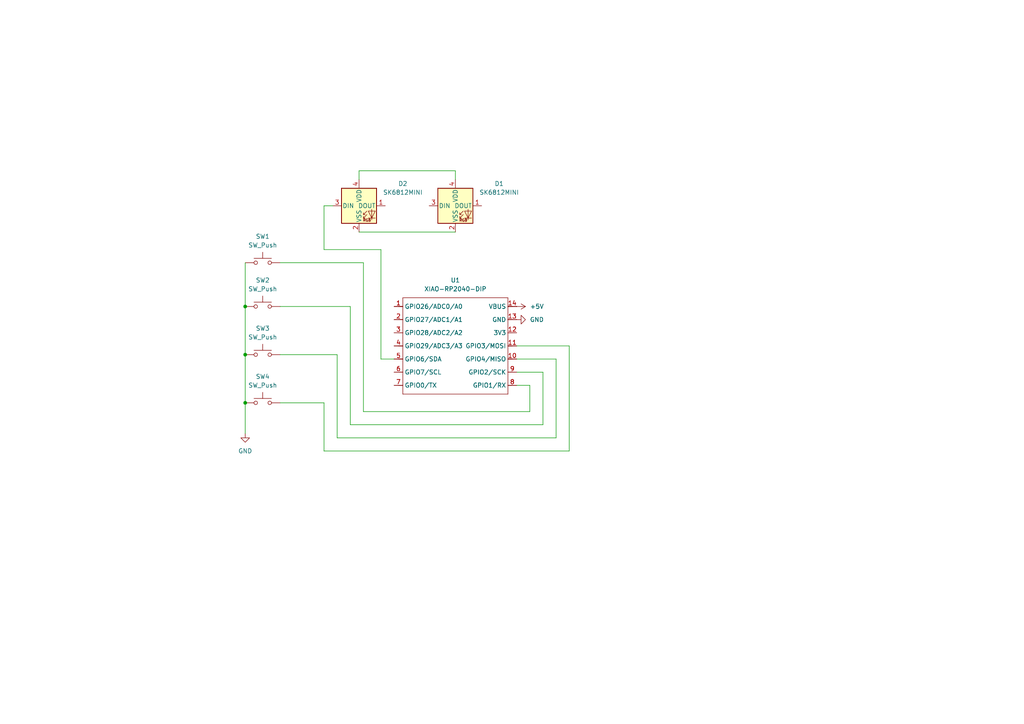
<source format=kicad_sch>
(kicad_sch (version 20250114) (generator "eeschema") (generator_version "9.0")
  (paper "A4")
  (lib_symbols
    (symbol "LED:SK6812MINI" (pin_names (offset 0.254))
      (property "Reference" "D" (at 5.08 5.715 0))
      (property "Value" "SK6812MINI" (at 1.27 -5.715 0))
      (symbol "SK6812MINI_0_0"
        (text "RGB" (at 2.286 -4.191 0) (effects (font (size 0.762 0.762))))
      )
      (symbol "SK6812MINI_0_1"
        (polyline (pts (xy 1.27 -2.54) (xy 1.778 -2.54)))
        (polyline (pts (xy 1.27 -3.556) (xy 1.778 -3.556)))
        (polyline (pts (xy 2.286 -1.524) (xy 1.27 -2.54) (xy 1.27 -2.032)))
        (polyline (pts (xy 2.286 -2.54) (xy 1.27 -3.556) (xy 1.27 -3.048)))
        (polyline (pts (xy 3.683 -1.016) (xy 3.683 -3.556) (xy 3.683 -4.064)))
        (polyline (pts (xy 4.699 -1.524) (xy 2.667 -1.524) (xy 3.683 -3.556) (xy 4.699 -1.524)))
        (polyline (pts (xy 4.699 -3.556) (xy 2.667 -3.556)))
        (rectangle (start 5.08 5.08) (end -5.08 -5.08) (stroke (width 0.254)) (fill (type background)))
      )
      (symbol "SK6812MINI_1_1"
        (pin input line (at -7.62 0 0) (length 2.54) (name "DIN") (number "3"))
        (pin power_in line (at 0 7.62 270) (length 2.54) (name "VDD") (number "4"))
        (pin power_in line (at 0 -7.62 90) (length 2.54) (name "VSS") (number "2"))
        (pin output line (at 7.62 0 180) (length 2.54) (name "DOUT") (number "1"))
      )
    )
    (symbol "OPL:XIAO-RP2040-DIP"
      (property "Reference" "U" (at 0 0 0))
      (property "Value" "XIAO-RP2040-DIP" (at 5.334 -1.778 0))
      (symbol "XIAO-RP2040-DIP_1_0"
        (polyline (pts (xy -1.27 -2.54) (xy 29.21 -2.54)) (stroke (width 0.1524)))
        (polyline (pts (xy -1.27 -5.08) (xy -2.54 -5.08)) (stroke (width 0.1524)))
        (polyline (pts (xy -1.27 -5.08) (xy -1.27 -2.54)) (stroke (width 0.1524)))
        (polyline (pts (xy -1.27 -8.89) (xy -2.54 -8.89)) (stroke (width 0.1524)))
        (polyline (pts (xy -1.27 -8.89) (xy -1.27 -5.08)) (stroke (width 0.1524)))
        (polyline (pts (xy -1.27 -12.7) (xy -2.54 -12.7)) (stroke (width 0.1524)))
        (polyline (pts (xy -1.27 -12.7) (xy -1.27 -8.89)) (stroke (width 0.1524)))
        (polyline (pts (xy -1.27 -16.51) (xy -2.54 -16.51)) (stroke (width 0.1524)))
        (polyline (pts (xy -1.27 -16.51) (xy -1.27 -12.7)) (stroke (width 0.1524)))
        (polyline (pts (xy -1.27 -20.32) (xy -2.54 -20.32)) (stroke (width 0.1524)))
        (polyline (pts (xy -1.27 -24.13) (xy -2.54 -24.13)) (stroke (width 0.1524)))
        (polyline (pts (xy -1.27 -27.94) (xy -2.54 -27.94)) (stroke (width 0.1524)))
        (polyline (pts (xy -1.27 -30.48) (xy -1.27 -16.51)) (stroke (width 0.1524)))
        (polyline (pts (xy 29.21 -2.54) (xy 29.21 -5.08)) (stroke (width 0.1524)))
        (polyline (pts (xy 29.21 -5.08) (xy 29.21 -8.89)) (stroke (width 0.1524)))
        (polyline (pts (xy 29.21 -8.89) (xy 29.21 -12.7)) (stroke (width 0.1524)))
        (polyline (pts (xy 29.21 -12.7) (xy 29.21 -30.48)) (stroke (width 0.1524)))
        (polyline (pts (xy 29.21 -30.48) (xy -1.27 -30.48)) (stroke (width 0.1524)))
        (polyline (pts (xy 30.48 -5.08) (xy 29.21 -5.08)) (stroke (width 0.1524)))
        (polyline (pts (xy 30.48 -8.89) (xy 29.21 -8.89)) (stroke (width 0.1524)))
        (polyline (pts (xy 30.48 -12.7) (xy 29.21 -12.7)) (stroke (width 0.1524)))
        (polyline (pts (xy 30.48 -16.51) (xy 29.21 -16.51)) (stroke (width 0.1524)))
        (polyline (pts (xy 30.48 -20.32) (xy 29.21 -20.32)) (stroke (width 0.1524)))
        (polyline (pts (xy 30.48 -24.13) (xy 29.21 -24.13)) (stroke (width 0.1524)))
        (polyline (pts (xy 30.48 -27.94) (xy 29.21 -27.94)) (stroke (width 0.1524)))
        (pin passive line (at -3.81 -5.08 0) (length 2.54) (name "GPIO26/ADC0/A0") (number "1"))
        (pin passive line (at -3.81 -8.89 0) (length 2.54) (name "GPIO27/ADC1/A1") (number "2"))
        (pin passive line (at -3.81 -12.7 0) (length 2.54) (name "GPIO28/ADC2/A2") (number "3"))
        (pin passive line (at -3.81 -16.51 0) (length 2.54) (name "GPIO29/ADC3/A3") (number "4"))
        (pin passive line (at -3.81 -20.32 0) (length 2.54) (name "GPIO6/SDA") (number "5"))
        (pin passive line (at -3.81 -24.13 0) (length 2.54) (name "GPIO7/SCL") (number "6"))
        (pin passive line (at -3.81 -27.94 0) (length 2.54) (name "GPIO0/TX") (number "7"))
        (pin passive line (at 31.75 -5.08 180) (length 2.54) (name "VBUS") (number "14"))
        (pin passive line (at 31.75 -8.89 180) (length 2.54) (name "GND") (number "13"))
        (pin passive line (at 31.75 -12.7 180) (length 2.54) (name "3V3") (number "12"))
        (pin passive line (at 31.75 -16.51 180) (length 2.54) (name "GPIO3/MOSI") (number "11"))
        (pin passive line (at 31.75 -20.32 180) (length 2.54) (name "GPIO4/MISO") (number "10"))
        (pin passive line (at 31.75 -24.13 180) (length 2.54) (name "GPIO2/SCK") (number "9"))
        (pin passive line (at 31.75 -27.94 180) (length 2.54) (name "GPIO1/RX") (number "8"))
      )
    )
    (symbol "Switch:SW_Push" (pin_numbers (hide yes)) (pin_names (offset 1.016) (hide yes))
      (property "Reference" "SW" (at 1.27 2.54 0))
      (property "Value" "SW_Push" (at 0 -1.524 0))
      (symbol "SW_Push_0_1"
        (circle (center -2.032 0) (radius 0.508))
        (polyline (pts (xy 0 1.27) (xy 0 3.048)))
        (circle (center 2.032 0) (radius 0.508))
        (polyline (pts (xy 2.54 1.27) (xy -2.54 1.27)))
        (pin passive line (at -5.08 0 0) (length 2.54) (name "1") (number "1"))
        (pin passive line (at 5.08 0 180) (length 2.54) (name "2") (number "2"))
      )
    )
    (symbol "power:+5V" (power) (pin_numbers (hide yes)) (pin_names (offset 0) (hide yes))
      (property "Value" "+5V" (at 0 3.556 0))
      (symbol "+5V_0_1"
        (polyline (pts (xy -0.762 1.27) (xy 0 2.54)))
        (polyline (pts (xy 0 2.54) (xy 0.762 1.27)))
        (polyline (pts (xy 0 0) (xy 0 2.54)))
      )
      (symbol "+5V_1_1"
        (pin power_in line (at 0 0 90) (length 0) (name "~") (number "1"))
      )
    )
    (symbol "power:GND" (power) (pin_numbers (hide yes)) (pin_names (offset 0) (hide yes))
      (property "Value" "GND" (at 0 -3.81 0))
      (symbol "GND_0_1"
        (polyline (pts (xy 0 0) (xy 0 -1.27) (xy 1.27 -1.27) (xy 0 -2.54) (xy -1.27 -1.27) (xy 0 -1.27)))
      )
      (symbol "GND_1_1"
        (pin power_in line (at 0 0 270) (length 0) (name "~") (number "1"))
      )
    )
  )
  (junction (at 71.12 116.84))
  (junction (at 71.12 102.87))
  (junction (at 71.12 88.9))
  (wire (pts (xy 110.49 104.14) (xy 114.3 104.14)))
  (wire (pts (xy 81.28 88.9) (xy 101.6 88.9)))
  (wire (pts (xy 153.67 119.38) (xy 153.67 111.76)))
  (wire (pts (xy 81.28 116.84) (xy 93.98 116.84)))
  (wire (pts (xy 161.29 127) (xy 161.29 104.14)))
  (wire (pts (xy 132.08 49.53) (xy 104.14 49.53)))
  (wire (pts (xy 157.48 123.19) (xy 157.48 107.95)))
  (wire (pts (xy 93.98 130.81) (xy 165.1 130.81)))
  (wire (pts (xy 71.12 102.87) (xy 71.12 116.84)))
  (wire (pts (xy 104.14 67.31) (xy 132.08 67.31)))
  (wire (pts (xy 81.28 76.2) (xy 105.41 76.2)))
  (wire (pts (xy 161.29 104.14) (xy 149.86 104.14)))
  (wire (pts (xy 71.12 76.2) (xy 71.12 88.9)))
  (wire (pts (xy 93.98 116.84) (xy 93.98 130.81)))
  (wire (pts (xy 93.98 72.39) (xy 110.49 72.39)))
  (wire (pts (xy 149.86 100.33) (xy 165.1 100.33)))
  (wire (pts (xy 93.98 59.69) (xy 93.98 72.39)))
  (wire (pts (xy 97.79 102.87) (xy 97.79 127)))
  (wire (pts (xy 71.12 116.84) (xy 71.12 125.73)))
  (wire (pts (xy 110.49 72.39) (xy 110.49 104.14)))
  (wire (pts (xy 132.08 52.07) (xy 132.08 49.53)))
  (wire (pts (xy 105.41 76.2) (xy 105.41 119.38)))
  (wire (pts (xy 104.14 49.53) (xy 104.14 52.07)))
  (wire (pts (xy 157.48 107.95) (xy 149.86 107.95)))
  (wire (pts (xy 81.28 102.87) (xy 97.79 102.87)))
  (wire (pts (xy 97.79 127) (xy 161.29 127)))
  (wire (pts (xy 105.41 119.38) (xy 153.67 119.38)))
  (wire (pts (xy 101.6 123.19) (xy 157.48 123.19)))
  (wire (pts (xy 71.12 88.9) (xy 71.12 102.87)))
  (wire (pts (xy 165.1 130.81) (xy 165.1 100.33)))
  (wire (pts (xy 96.52 59.69) (xy 93.98 59.69)))
  (wire (pts (xy 101.6 88.9) (xy 101.6 123.19)))
  (wire (pts (xy 153.67 111.76) (xy 149.86 111.76)))
  (symbol (lib_id "Switch:SW_Push") (at 76.2 88.9 0) (unit 1)
    (property "Reference" "SW2" (at 76.2 81.28 0))
    (property "Value" "SW_Push" (at 76.2 83.82 0))
    (property "Footprint" "Button_Switch_Keyboard:SW_Cherry_MX_1.00u_PCB" (effects (hide yes)))
    (property "Description" "Push button switch, generic, two pins" (effects (hide yes)))
  )
  (symbol (lib_id "LED:SK6812MINI") (at 132.08 59.69 0) (unit 1)
    (property "Reference" "D1" (at 144.78 53.2698 0))
    (property "Value" "SK6812MINI" (at 144.78 55.8098 0))
    (property "Footprint" "LED_SMD:LED_SK6812MINI_PLCC4_3.5x3.5mm_P1.75mm" (effects (hide yes)))
    (property "Datasheet" "https://cdn-shop.adafruit.com/product-files/2686/SK6812MINI_REV.01-1-2.pdf" (effects (hide yes)))
    (property "Description" "RGB LED with integrated controller" (effects (hide yes)))
  )
  (symbol (lib_id "power:+5V") (at 149.86 88.9 270) (unit 1)
    (property "Reference" "#PWR03" (effects (hide yes)))
    (property "Value" "+5V" (at 153.67 88.8999 90) (effects (justify left)))
    (property "Description" "Power symbol creates a global label with name \"+5V\"" (effects (hide yes)))
  )
  (symbol (lib_id "Switch:SW_Push") (at 76.2 76.2 0) (unit 1)
    (property "Reference" "SW1" (at 76.2 68.58 0))
    (property "Value" "SW_Push" (at 76.2 71.12 0))
    (property "Footprint" "Button_Switch_Keyboard:SW_Cherry_MX_1.00u_PCB" (effects (hide yes)))
    (property "Description" "Push button switch, generic, two pins" (effects (hide yes)))
  )
  (symbol (lib_id "Switch:SW_Push") (at 76.2 102.87 0) (unit 1)
    (property "Reference" "SW3" (at 76.2 95.25 0))
    (property "Value" "SW_Push" (at 76.2 97.79 0))
    (property "Footprint" "Button_Switch_Keyboard:SW_Cherry_MX_1.00u_PCB" (effects (hide yes)))
    (property "Description" "Push button switch, generic, two pins" (effects (hide yes)))
  )
  (symbol (lib_id "power:GND") (at 71.12 125.73 0) (unit 1)
    (property "Reference" "#PWR01" (effects (hide yes)))
    (property "Value" "GND" (at 71.12 130.81 0))
    (property "Description" "Power symbol creates a global label with name \"GND\" , ground" (effects (hide yes)))
  )
  (symbol (lib_id "OPL:XIAO-RP2040-DIP") (at 118.11 83.82 0) (unit 1)
    (property "Reference" "U1" (at 132.08 81.28 0))
    (property "Value" "XIAO-RP2040-DIP" (at 132.08 83.82 0))
    (property "Footprint" "OPL:XIAO-RP2040-DIP" (effects (hide yes)))
  )
  (symbol (lib_id "LED:SK6812MINI") (at 104.14 59.69 0) (unit 1)
    (property "Reference" "D2" (at 116.84 53.2698 0))
    (property "Value" "SK6812MINI" (at 116.84 55.8098 0))
    (property "Footprint" "LED_SMD:LED_SK6812MINI_PLCC4_3.5x3.5mm_P1.75mm" (effects (hide yes)))
    (property "Datasheet" "https://cdn-shop.adafruit.com/product-files/2686/SK6812MINI_REV.01-1-2.pdf" (effects (hide yes)))
    (property "Description" "RGB LED with integrated controller" (effects (hide yes)))
  )
  (symbol (lib_id "Switch:SW_Push") (at 76.2 116.84 0) (unit 1)
    (property "Reference" "SW4" (at 76.2 109.22 0))
    (property "Value" "SW_Push" (at 76.2 111.76 0))
    (property "Footprint" "Button_Switch_Keyboard:SW_Cherry_MX_1.00u_PCB" (effects (hide yes)))
    (property "Description" "Push button switch, generic, two pins" (effects (hide yes)))
  )
  (symbol (lib_id "power:GND") (at 149.86 92.71 90) (unit 1)
    (property "Reference" "#PWR02" (effects (hide yes)))
    (property "Value" "GND" (at 153.67 92.7099 90) (effects (justify right)))
    (property "Description" "Power symbol creates a global label with name \"GND\" , ground" (effects (hide yes)))
  )
)
</source>
